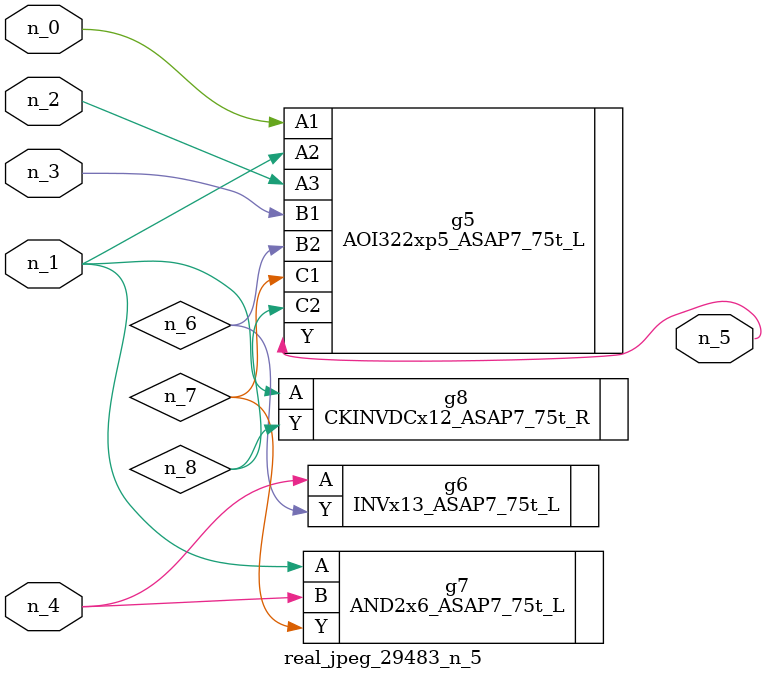
<source format=v>
module real_jpeg_29483_n_5 (n_4, n_0, n_1, n_2, n_3, n_5);

input n_4;
input n_0;
input n_1;
input n_2;
input n_3;

output n_5;

wire n_8;
wire n_6;
wire n_7;

AOI322xp5_ASAP7_75t_L g5 ( 
.A1(n_0),
.A2(n_1),
.A3(n_2),
.B1(n_3),
.B2(n_6),
.C1(n_7),
.C2(n_8),
.Y(n_5)
);

AND2x6_ASAP7_75t_L g7 ( 
.A(n_1),
.B(n_4),
.Y(n_7)
);

CKINVDCx12_ASAP7_75t_R g8 ( 
.A(n_1),
.Y(n_8)
);

INVx13_ASAP7_75t_L g6 ( 
.A(n_4),
.Y(n_6)
);


endmodule
</source>
